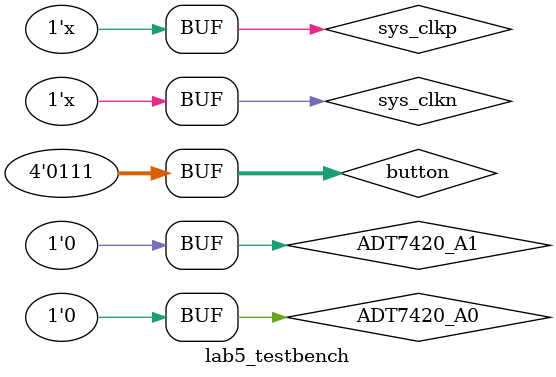
<source format=v>
`timescale 1ns / 1ps

module lab5_testbench();
    wire    [4:0] okUH;
    wire    [2:0] okHU;
    wire    [31:0] okUHU;
    wire    okAA;
    reg sys_clkn=1;
    wire sys_clkp;
    wire [7:0] led;
    reg [3:0] button;

    
    wire okClk;            //These are FrontPanel wires needed to IO communication    
    wire [112:0]    okHE;  //These are FrontPanel wires needed to IO communication    
    wire [64:0]     okEH;  //These are FrontPanel wires needed to IO communication    
    wire ADT7420_A0 = 0;
    wire ADT7420_A1 = 0;
    wire I2C_SCL_0;
    wire I2C_SDA_0;
    
    okHost hostIF (
        .okUH(okUH),
        .okHU(okHU),
        .okUHU(okUHU),
        .okClk(okClk),
        .okAA(okAA),
        .okHE(okHE),
        .okEH(okEH)
    );
        //Invoke the module that we like to test
    JTEG_Test_File ModuleUnderTest (
        .okUH(okUH),
        .okHU(okHU),
        .okUHU(okUHU),
        .okAA(okAA),
        .button(button),
        .led(led),
        .sys_clkn(sys_clkn),
        .sys_clkp(sys_clkp),  
        .ADT7420_A0(ADT7420_A0),
        .ADT7420_A1(ADT7420_A1),
        .I2C_SCL_0(I2C_SCL_0),
        .I2C_SDA_0(I2C_SDA_0) 
    );
    
    // Generate a clock signal. The clock will change its state every 5ns.
    //Remember that the test module takes sys_clkp and sys_clkn as input clock signals.
    //From these two signals a clock signal, clk, is derived.
    //The LVDS clock signal, sys_clkn, is always in the opposite state than sys_clkp.     
    assign sys_clkp = ~sys_clkn;    
    always begin
        #5 sys_clkn = ~sys_clkn;
    end        
      
    initial begin          
            #0 button <= 4'b1111;                                                      
            #200 button <= 4'b1111;
            #20 button <= 4'b0111;
    end 
    
endmodule

</source>
